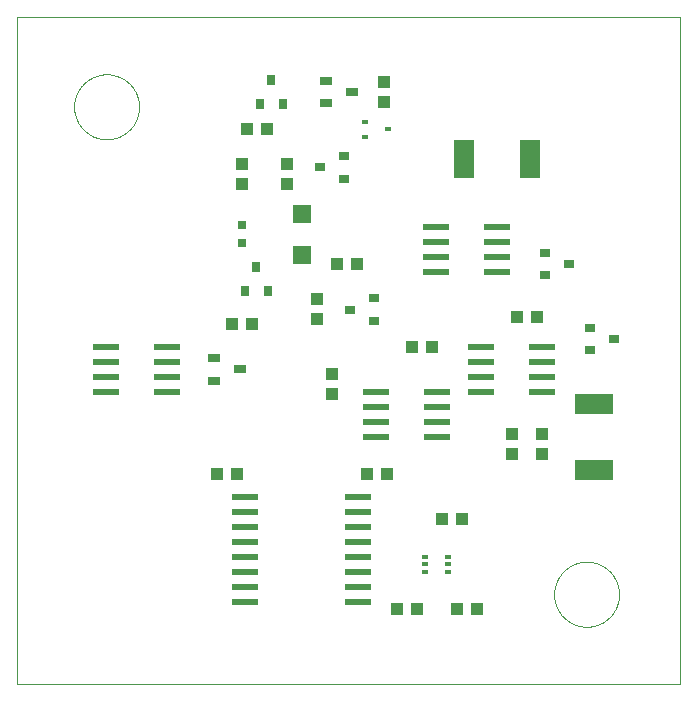
<source format=gtp>
G75*
%MOIN*%
%OFA0B0*%
%FSLAX25Y25*%
%IPPOS*%
%LPD*%
%AMOC8*
5,1,8,0,0,1.08239X$1,22.5*
%
%ADD10C,0.00000*%
%ADD11R,0.03937X0.04331*%
%ADD12R,0.04331X0.03937*%
%ADD13R,0.08661X0.02362*%
%ADD14R,0.03937X0.02756*%
%ADD15R,0.03150X0.03150*%
%ADD16R,0.05906X0.05906*%
%ADD17R,0.12598X0.07087*%
%ADD18R,0.07087X0.12598*%
%ADD19R,0.03100X0.03500*%
%ADD20R,0.03500X0.03100*%
%ADD21R,0.02362X0.01575*%
D10*
X0001250Y0001250D02*
X0001250Y0223711D01*
X0222451Y0223711D01*
X0222451Y0001250D01*
X0001250Y0001250D01*
X0180423Y0031250D02*
X0180426Y0031516D01*
X0180436Y0031781D01*
X0180452Y0032046D01*
X0180475Y0032311D01*
X0180504Y0032575D01*
X0180540Y0032839D01*
X0180582Y0033101D01*
X0180631Y0033362D01*
X0180686Y0033622D01*
X0180747Y0033881D01*
X0180815Y0034138D01*
X0180889Y0034393D01*
X0180969Y0034646D01*
X0181056Y0034898D01*
X0181148Y0035147D01*
X0181247Y0035393D01*
X0181352Y0035638D01*
X0181463Y0035879D01*
X0181579Y0036118D01*
X0181701Y0036354D01*
X0181830Y0036587D01*
X0181963Y0036816D01*
X0182103Y0037042D01*
X0182248Y0037265D01*
X0182398Y0037484D01*
X0182554Y0037700D01*
X0182715Y0037911D01*
X0182881Y0038119D01*
X0183052Y0038322D01*
X0183228Y0038521D01*
X0183409Y0038716D01*
X0183594Y0038906D01*
X0183784Y0039091D01*
X0183979Y0039272D01*
X0184178Y0039448D01*
X0184381Y0039619D01*
X0184589Y0039785D01*
X0184800Y0039946D01*
X0185016Y0040102D01*
X0185235Y0040252D01*
X0185458Y0040397D01*
X0185684Y0040537D01*
X0185913Y0040670D01*
X0186146Y0040799D01*
X0186382Y0040921D01*
X0186621Y0041037D01*
X0186862Y0041148D01*
X0187107Y0041253D01*
X0187353Y0041352D01*
X0187602Y0041444D01*
X0187854Y0041531D01*
X0188107Y0041611D01*
X0188362Y0041685D01*
X0188619Y0041753D01*
X0188878Y0041814D01*
X0189138Y0041869D01*
X0189399Y0041918D01*
X0189661Y0041960D01*
X0189925Y0041996D01*
X0190189Y0042025D01*
X0190454Y0042048D01*
X0190719Y0042064D01*
X0190984Y0042074D01*
X0191250Y0042077D01*
X0191516Y0042074D01*
X0191781Y0042064D01*
X0192046Y0042048D01*
X0192311Y0042025D01*
X0192575Y0041996D01*
X0192839Y0041960D01*
X0193101Y0041918D01*
X0193362Y0041869D01*
X0193622Y0041814D01*
X0193881Y0041753D01*
X0194138Y0041685D01*
X0194393Y0041611D01*
X0194646Y0041531D01*
X0194898Y0041444D01*
X0195147Y0041352D01*
X0195393Y0041253D01*
X0195638Y0041148D01*
X0195879Y0041037D01*
X0196118Y0040921D01*
X0196354Y0040799D01*
X0196587Y0040670D01*
X0196816Y0040537D01*
X0197042Y0040397D01*
X0197265Y0040252D01*
X0197484Y0040102D01*
X0197700Y0039946D01*
X0197911Y0039785D01*
X0198119Y0039619D01*
X0198322Y0039448D01*
X0198521Y0039272D01*
X0198716Y0039091D01*
X0198906Y0038906D01*
X0199091Y0038716D01*
X0199272Y0038521D01*
X0199448Y0038322D01*
X0199619Y0038119D01*
X0199785Y0037911D01*
X0199946Y0037700D01*
X0200102Y0037484D01*
X0200252Y0037265D01*
X0200397Y0037042D01*
X0200537Y0036816D01*
X0200670Y0036587D01*
X0200799Y0036354D01*
X0200921Y0036118D01*
X0201037Y0035879D01*
X0201148Y0035638D01*
X0201253Y0035393D01*
X0201352Y0035147D01*
X0201444Y0034898D01*
X0201531Y0034646D01*
X0201611Y0034393D01*
X0201685Y0034138D01*
X0201753Y0033881D01*
X0201814Y0033622D01*
X0201869Y0033362D01*
X0201918Y0033101D01*
X0201960Y0032839D01*
X0201996Y0032575D01*
X0202025Y0032311D01*
X0202048Y0032046D01*
X0202064Y0031781D01*
X0202074Y0031516D01*
X0202077Y0031250D01*
X0202074Y0030984D01*
X0202064Y0030719D01*
X0202048Y0030454D01*
X0202025Y0030189D01*
X0201996Y0029925D01*
X0201960Y0029661D01*
X0201918Y0029399D01*
X0201869Y0029138D01*
X0201814Y0028878D01*
X0201753Y0028619D01*
X0201685Y0028362D01*
X0201611Y0028107D01*
X0201531Y0027854D01*
X0201444Y0027602D01*
X0201352Y0027353D01*
X0201253Y0027107D01*
X0201148Y0026862D01*
X0201037Y0026621D01*
X0200921Y0026382D01*
X0200799Y0026146D01*
X0200670Y0025913D01*
X0200537Y0025684D01*
X0200397Y0025458D01*
X0200252Y0025235D01*
X0200102Y0025016D01*
X0199946Y0024800D01*
X0199785Y0024589D01*
X0199619Y0024381D01*
X0199448Y0024178D01*
X0199272Y0023979D01*
X0199091Y0023784D01*
X0198906Y0023594D01*
X0198716Y0023409D01*
X0198521Y0023228D01*
X0198322Y0023052D01*
X0198119Y0022881D01*
X0197911Y0022715D01*
X0197700Y0022554D01*
X0197484Y0022398D01*
X0197265Y0022248D01*
X0197042Y0022103D01*
X0196816Y0021963D01*
X0196587Y0021830D01*
X0196354Y0021701D01*
X0196118Y0021579D01*
X0195879Y0021463D01*
X0195638Y0021352D01*
X0195393Y0021247D01*
X0195147Y0021148D01*
X0194898Y0021056D01*
X0194646Y0020969D01*
X0194393Y0020889D01*
X0194138Y0020815D01*
X0193881Y0020747D01*
X0193622Y0020686D01*
X0193362Y0020631D01*
X0193101Y0020582D01*
X0192839Y0020540D01*
X0192575Y0020504D01*
X0192311Y0020475D01*
X0192046Y0020452D01*
X0191781Y0020436D01*
X0191516Y0020426D01*
X0191250Y0020423D01*
X0190984Y0020426D01*
X0190719Y0020436D01*
X0190454Y0020452D01*
X0190189Y0020475D01*
X0189925Y0020504D01*
X0189661Y0020540D01*
X0189399Y0020582D01*
X0189138Y0020631D01*
X0188878Y0020686D01*
X0188619Y0020747D01*
X0188362Y0020815D01*
X0188107Y0020889D01*
X0187854Y0020969D01*
X0187602Y0021056D01*
X0187353Y0021148D01*
X0187107Y0021247D01*
X0186862Y0021352D01*
X0186621Y0021463D01*
X0186382Y0021579D01*
X0186146Y0021701D01*
X0185913Y0021830D01*
X0185684Y0021963D01*
X0185458Y0022103D01*
X0185235Y0022248D01*
X0185016Y0022398D01*
X0184800Y0022554D01*
X0184589Y0022715D01*
X0184381Y0022881D01*
X0184178Y0023052D01*
X0183979Y0023228D01*
X0183784Y0023409D01*
X0183594Y0023594D01*
X0183409Y0023784D01*
X0183228Y0023979D01*
X0183052Y0024178D01*
X0182881Y0024381D01*
X0182715Y0024589D01*
X0182554Y0024800D01*
X0182398Y0025016D01*
X0182248Y0025235D01*
X0182103Y0025458D01*
X0181963Y0025684D01*
X0181830Y0025913D01*
X0181701Y0026146D01*
X0181579Y0026382D01*
X0181463Y0026621D01*
X0181352Y0026862D01*
X0181247Y0027107D01*
X0181148Y0027353D01*
X0181056Y0027602D01*
X0180969Y0027854D01*
X0180889Y0028107D01*
X0180815Y0028362D01*
X0180747Y0028619D01*
X0180686Y0028878D01*
X0180631Y0029138D01*
X0180582Y0029399D01*
X0180540Y0029661D01*
X0180504Y0029925D01*
X0180475Y0030189D01*
X0180452Y0030454D01*
X0180436Y0030719D01*
X0180426Y0030984D01*
X0180423Y0031250D01*
X0020423Y0193750D02*
X0020426Y0194016D01*
X0020436Y0194281D01*
X0020452Y0194546D01*
X0020475Y0194811D01*
X0020504Y0195075D01*
X0020540Y0195339D01*
X0020582Y0195601D01*
X0020631Y0195862D01*
X0020686Y0196122D01*
X0020747Y0196381D01*
X0020815Y0196638D01*
X0020889Y0196893D01*
X0020969Y0197146D01*
X0021056Y0197398D01*
X0021148Y0197647D01*
X0021247Y0197893D01*
X0021352Y0198138D01*
X0021463Y0198379D01*
X0021579Y0198618D01*
X0021701Y0198854D01*
X0021830Y0199087D01*
X0021963Y0199316D01*
X0022103Y0199542D01*
X0022248Y0199765D01*
X0022398Y0199984D01*
X0022554Y0200200D01*
X0022715Y0200411D01*
X0022881Y0200619D01*
X0023052Y0200822D01*
X0023228Y0201021D01*
X0023409Y0201216D01*
X0023594Y0201406D01*
X0023784Y0201591D01*
X0023979Y0201772D01*
X0024178Y0201948D01*
X0024381Y0202119D01*
X0024589Y0202285D01*
X0024800Y0202446D01*
X0025016Y0202602D01*
X0025235Y0202752D01*
X0025458Y0202897D01*
X0025684Y0203037D01*
X0025913Y0203170D01*
X0026146Y0203299D01*
X0026382Y0203421D01*
X0026621Y0203537D01*
X0026862Y0203648D01*
X0027107Y0203753D01*
X0027353Y0203852D01*
X0027602Y0203944D01*
X0027854Y0204031D01*
X0028107Y0204111D01*
X0028362Y0204185D01*
X0028619Y0204253D01*
X0028878Y0204314D01*
X0029138Y0204369D01*
X0029399Y0204418D01*
X0029661Y0204460D01*
X0029925Y0204496D01*
X0030189Y0204525D01*
X0030454Y0204548D01*
X0030719Y0204564D01*
X0030984Y0204574D01*
X0031250Y0204577D01*
X0031516Y0204574D01*
X0031781Y0204564D01*
X0032046Y0204548D01*
X0032311Y0204525D01*
X0032575Y0204496D01*
X0032839Y0204460D01*
X0033101Y0204418D01*
X0033362Y0204369D01*
X0033622Y0204314D01*
X0033881Y0204253D01*
X0034138Y0204185D01*
X0034393Y0204111D01*
X0034646Y0204031D01*
X0034898Y0203944D01*
X0035147Y0203852D01*
X0035393Y0203753D01*
X0035638Y0203648D01*
X0035879Y0203537D01*
X0036118Y0203421D01*
X0036354Y0203299D01*
X0036587Y0203170D01*
X0036816Y0203037D01*
X0037042Y0202897D01*
X0037265Y0202752D01*
X0037484Y0202602D01*
X0037700Y0202446D01*
X0037911Y0202285D01*
X0038119Y0202119D01*
X0038322Y0201948D01*
X0038521Y0201772D01*
X0038716Y0201591D01*
X0038906Y0201406D01*
X0039091Y0201216D01*
X0039272Y0201021D01*
X0039448Y0200822D01*
X0039619Y0200619D01*
X0039785Y0200411D01*
X0039946Y0200200D01*
X0040102Y0199984D01*
X0040252Y0199765D01*
X0040397Y0199542D01*
X0040537Y0199316D01*
X0040670Y0199087D01*
X0040799Y0198854D01*
X0040921Y0198618D01*
X0041037Y0198379D01*
X0041148Y0198138D01*
X0041253Y0197893D01*
X0041352Y0197647D01*
X0041444Y0197398D01*
X0041531Y0197146D01*
X0041611Y0196893D01*
X0041685Y0196638D01*
X0041753Y0196381D01*
X0041814Y0196122D01*
X0041869Y0195862D01*
X0041918Y0195601D01*
X0041960Y0195339D01*
X0041996Y0195075D01*
X0042025Y0194811D01*
X0042048Y0194546D01*
X0042064Y0194281D01*
X0042074Y0194016D01*
X0042077Y0193750D01*
X0042074Y0193484D01*
X0042064Y0193219D01*
X0042048Y0192954D01*
X0042025Y0192689D01*
X0041996Y0192425D01*
X0041960Y0192161D01*
X0041918Y0191899D01*
X0041869Y0191638D01*
X0041814Y0191378D01*
X0041753Y0191119D01*
X0041685Y0190862D01*
X0041611Y0190607D01*
X0041531Y0190354D01*
X0041444Y0190102D01*
X0041352Y0189853D01*
X0041253Y0189607D01*
X0041148Y0189362D01*
X0041037Y0189121D01*
X0040921Y0188882D01*
X0040799Y0188646D01*
X0040670Y0188413D01*
X0040537Y0188184D01*
X0040397Y0187958D01*
X0040252Y0187735D01*
X0040102Y0187516D01*
X0039946Y0187300D01*
X0039785Y0187089D01*
X0039619Y0186881D01*
X0039448Y0186678D01*
X0039272Y0186479D01*
X0039091Y0186284D01*
X0038906Y0186094D01*
X0038716Y0185909D01*
X0038521Y0185728D01*
X0038322Y0185552D01*
X0038119Y0185381D01*
X0037911Y0185215D01*
X0037700Y0185054D01*
X0037484Y0184898D01*
X0037265Y0184748D01*
X0037042Y0184603D01*
X0036816Y0184463D01*
X0036587Y0184330D01*
X0036354Y0184201D01*
X0036118Y0184079D01*
X0035879Y0183963D01*
X0035638Y0183852D01*
X0035393Y0183747D01*
X0035147Y0183648D01*
X0034898Y0183556D01*
X0034646Y0183469D01*
X0034393Y0183389D01*
X0034138Y0183315D01*
X0033881Y0183247D01*
X0033622Y0183186D01*
X0033362Y0183131D01*
X0033101Y0183082D01*
X0032839Y0183040D01*
X0032575Y0183004D01*
X0032311Y0182975D01*
X0032046Y0182952D01*
X0031781Y0182936D01*
X0031516Y0182926D01*
X0031250Y0182923D01*
X0030984Y0182926D01*
X0030719Y0182936D01*
X0030454Y0182952D01*
X0030189Y0182975D01*
X0029925Y0183004D01*
X0029661Y0183040D01*
X0029399Y0183082D01*
X0029138Y0183131D01*
X0028878Y0183186D01*
X0028619Y0183247D01*
X0028362Y0183315D01*
X0028107Y0183389D01*
X0027854Y0183469D01*
X0027602Y0183556D01*
X0027353Y0183648D01*
X0027107Y0183747D01*
X0026862Y0183852D01*
X0026621Y0183963D01*
X0026382Y0184079D01*
X0026146Y0184201D01*
X0025913Y0184330D01*
X0025684Y0184463D01*
X0025458Y0184603D01*
X0025235Y0184748D01*
X0025016Y0184898D01*
X0024800Y0185054D01*
X0024589Y0185215D01*
X0024381Y0185381D01*
X0024178Y0185552D01*
X0023979Y0185728D01*
X0023784Y0185909D01*
X0023594Y0186094D01*
X0023409Y0186284D01*
X0023228Y0186479D01*
X0023052Y0186678D01*
X0022881Y0186881D01*
X0022715Y0187089D01*
X0022554Y0187300D01*
X0022398Y0187516D01*
X0022248Y0187735D01*
X0022103Y0187958D01*
X0021963Y0188184D01*
X0021830Y0188413D01*
X0021701Y0188646D01*
X0021579Y0188882D01*
X0021463Y0189121D01*
X0021352Y0189362D01*
X0021247Y0189607D01*
X0021148Y0189853D01*
X0021056Y0190102D01*
X0020969Y0190354D01*
X0020889Y0190607D01*
X0020815Y0190862D01*
X0020747Y0191119D01*
X0020686Y0191378D01*
X0020631Y0191638D01*
X0020582Y0191899D01*
X0020540Y0192161D01*
X0020504Y0192425D01*
X0020475Y0192689D01*
X0020452Y0192954D01*
X0020436Y0193219D01*
X0020426Y0193484D01*
X0020423Y0193750D01*
D11*
X0077904Y0186250D03*
X0084596Y0186250D03*
X0107904Y0141250D03*
X0114596Y0141250D03*
X0132904Y0113750D03*
X0139596Y0113750D03*
X0167904Y0123750D03*
X0174596Y0123750D03*
X0106250Y0104596D03*
X0106250Y0097904D03*
X0079596Y0121250D03*
X0072904Y0121250D03*
X0127904Y0026250D03*
X0134596Y0026250D03*
X0147904Y0026250D03*
X0154596Y0026250D03*
D12*
X0149596Y0056250D03*
X0142904Y0056250D03*
X0124596Y0071250D03*
X0117904Y0071250D03*
X0074596Y0071250D03*
X0067904Y0071250D03*
X0101250Y0122904D03*
X0101250Y0129596D03*
X0091250Y0167904D03*
X0091250Y0174596D03*
X0076250Y0174596D03*
X0076250Y0167904D03*
X0123750Y0195404D03*
X0123750Y0202096D03*
X0166250Y0084596D03*
X0166250Y0077904D03*
X0176250Y0077904D03*
X0176250Y0084596D03*
D13*
X0176486Y0098750D03*
X0176486Y0103750D03*
X0176486Y0108750D03*
X0176486Y0113750D03*
X0156014Y0113750D03*
X0156014Y0108750D03*
X0156014Y0103750D03*
X0156014Y0098750D03*
X0141486Y0098750D03*
X0141486Y0093750D03*
X0141486Y0088750D03*
X0141486Y0083750D03*
X0121014Y0083750D03*
X0121014Y0088750D03*
X0121014Y0093750D03*
X0121014Y0098750D03*
X0115148Y0063750D03*
X0115148Y0058750D03*
X0115148Y0053750D03*
X0115148Y0048750D03*
X0115148Y0043750D03*
X0115148Y0038750D03*
X0115148Y0033750D03*
X0115148Y0028750D03*
X0077451Y0028750D03*
X0077451Y0033750D03*
X0077451Y0038750D03*
X0077451Y0043750D03*
X0077451Y0048750D03*
X0077451Y0053750D03*
X0077451Y0058750D03*
X0077451Y0063750D03*
X0051486Y0098750D03*
X0051486Y0103750D03*
X0051486Y0108750D03*
X0051486Y0113750D03*
X0031014Y0113750D03*
X0031014Y0108750D03*
X0031014Y0103750D03*
X0031014Y0098750D03*
X0141014Y0138750D03*
X0141014Y0143750D03*
X0141014Y0148750D03*
X0141014Y0153750D03*
X0161486Y0153750D03*
X0161486Y0148750D03*
X0161486Y0143750D03*
X0161486Y0138750D03*
D14*
X0104419Y0195010D03*
X0104419Y0202490D03*
X0113081Y0198750D03*
X0066919Y0109990D03*
X0066919Y0102510D03*
X0075581Y0106250D03*
D15*
X0076250Y0148297D03*
X0076250Y0154203D03*
D16*
X0096250Y0158140D03*
X0096250Y0144360D03*
D17*
X0193750Y0094774D03*
X0193750Y0072726D03*
D18*
X0172274Y0176250D03*
X0150226Y0176250D03*
D19*
X0089950Y0194750D03*
X0082350Y0194750D03*
X0086150Y0202750D03*
X0081150Y0140250D03*
X0077350Y0132250D03*
X0084950Y0132250D03*
D20*
X0112250Y0126150D03*
X0120250Y0122350D03*
X0120250Y0129950D03*
X0110250Y0169850D03*
X0110250Y0177450D03*
X0102250Y0173650D03*
X0177250Y0145150D03*
X0177250Y0137550D03*
X0185250Y0141350D03*
X0192250Y0120150D03*
X0192250Y0112550D03*
X0200250Y0116350D03*
D21*
X0144990Y0043809D03*
X0144990Y0041250D03*
X0144990Y0038691D03*
X0137510Y0038691D03*
X0137510Y0041250D03*
X0137510Y0043809D03*
X0117510Y0183691D03*
X0117510Y0188809D03*
X0124990Y0186250D03*
M02*

</source>
